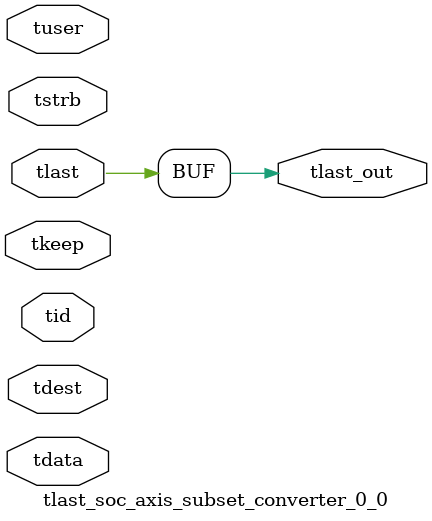
<source format=v>


`timescale 1ps/1ps

module tlast_soc_axis_subset_converter_0_0 #
(
parameter C_S_AXIS_TID_WIDTH   = 1,
parameter C_S_AXIS_TUSER_WIDTH = 0,
parameter C_S_AXIS_TDATA_WIDTH = 0,
parameter C_S_AXIS_TDEST_WIDTH = 0
)
(
input  [(C_S_AXIS_TID_WIDTH   == 0 ? 1 : C_S_AXIS_TID_WIDTH)-1:0       ] tid,
input  [(C_S_AXIS_TDATA_WIDTH == 0 ? 1 : C_S_AXIS_TDATA_WIDTH)-1:0     ] tdata,
input  [(C_S_AXIS_TUSER_WIDTH == 0 ? 1 : C_S_AXIS_TUSER_WIDTH)-1:0     ] tuser,
input  [(C_S_AXIS_TDEST_WIDTH == 0 ? 1 : C_S_AXIS_TDEST_WIDTH)-1:0     ] tdest,
input  [(C_S_AXIS_TDATA_WIDTH/8)-1:0 ] tkeep,
input  [(C_S_AXIS_TDATA_WIDTH/8)-1:0 ] tstrb,
input  [0:0]                                                             tlast,
output                                                                   tlast_out
);

assign tlast_out = {tlast};

endmodule


</source>
